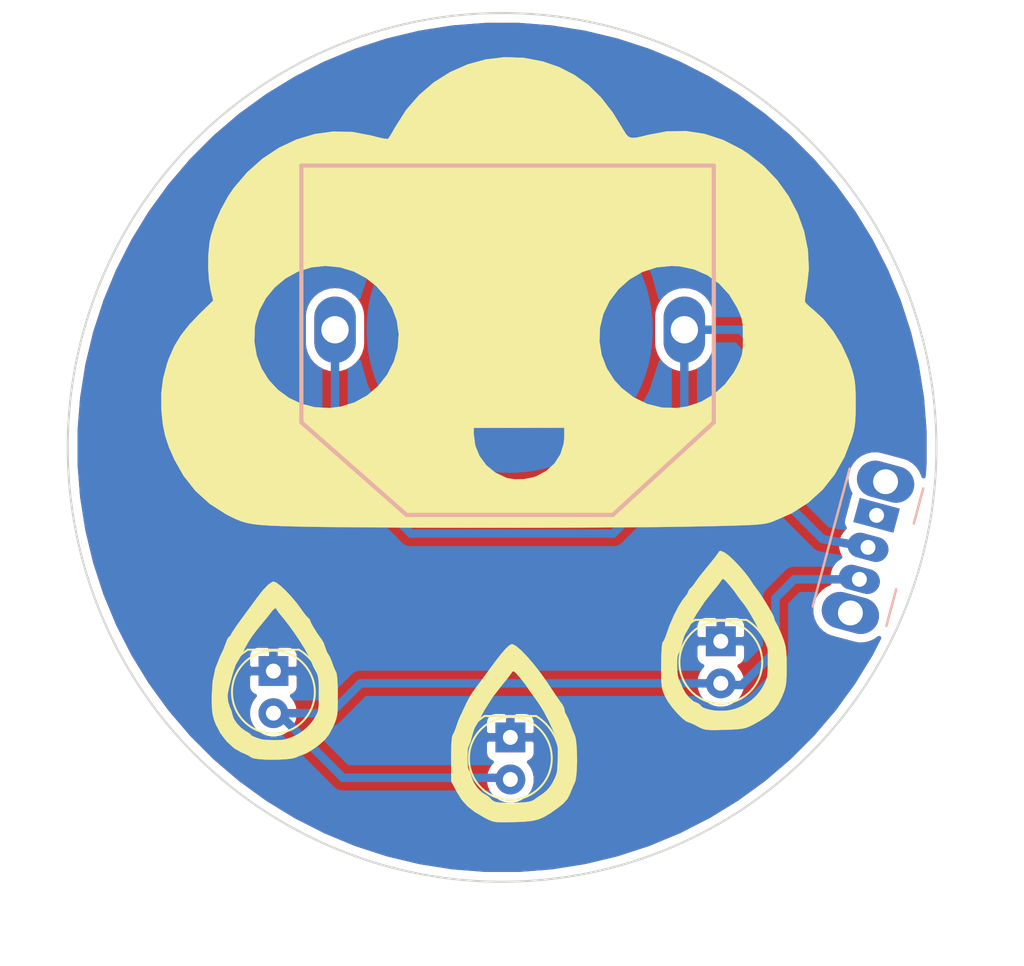
<source format=kicad_pcb>
(kicad_pcb (version 20171130) (host pcbnew "(5.1.6)-1")

  (general
    (thickness 1.6)
    (drawings 6)
    (tracks 22)
    (zones 0)
    (modules 6)
    (nets 5)
  )

  (page A4)
  (title_block
    (title "RainCloud Blinky")
  )

  (layers
    (0 F.Cu signal)
    (31 B.Cu signal)
    (32 B.Adhes user)
    (33 F.Adhes user)
    (34 B.Paste user)
    (35 F.Paste user)
    (36 B.SilkS user)
    (37 F.SilkS user)
    (38 B.Mask user)
    (39 F.Mask user)
    (40 Dwgs.User user)
    (41 Cmts.User user)
    (42 Eco1.User user)
    (43 Eco2.User user)
    (44 Edge.Cuts user)
    (45 Margin user)
    (46 B.CrtYd user)
    (47 F.CrtYd user)
    (48 B.Fab user)
    (49 F.Fab user)
  )

  (setup
    (last_trace_width 0.508)
    (user_trace_width 0.508)
    (trace_clearance 0.2)
    (zone_clearance 0.508)
    (zone_45_only no)
    (trace_min 0.254)
    (via_size 0.8)
    (via_drill 0.4)
    (via_min_size 0.4)
    (via_min_drill 0.3)
    (uvia_size 0.3)
    (uvia_drill 0.1)
    (uvias_allowed no)
    (uvia_min_size 0.2)
    (uvia_min_drill 0.1)
    (edge_width 0.05)
    (segment_width 0.2)
    (pcb_text_width 0.3)
    (pcb_text_size 1.5 1.5)
    (mod_edge_width 0.12)
    (mod_text_size 1 1)
    (mod_text_width 0.15)
    (pad_size 1.524 1.524)
    (pad_drill 0.762)
    (pad_to_mask_clearance 0.05)
    (aux_axis_origin 0 0)
    (visible_elements 7FFFFFFF)
    (pcbplotparams
      (layerselection 0x010fc_ffffffff)
      (usegerberextensions false)
      (usegerberattributes true)
      (usegerberadvancedattributes true)
      (creategerberjobfile true)
      (excludeedgelayer true)
      (linewidth 0.100000)
      (plotframeref false)
      (viasonmask false)
      (mode 1)
      (useauxorigin false)
      (hpglpennumber 1)
      (hpglpenspeed 20)
      (hpglpendiameter 15.000000)
      (psnegative false)
      (psa4output false)
      (plotreference true)
      (plotvalue true)
      (plotinvisibletext false)
      (padsonsilk false)
      (subtractmaskfromsilk false)
      (outputformat 1)
      (mirror false)
      (drillshape 1)
      (scaleselection 1)
      (outputdirectory ""))
  )

  (net 0 "")
  (net 1 VCC)
  (net 2 GND)
  (net 3 "Net-(SW1-Pad1)")
  (net 4 /LED+)

  (net_class Default "This is the default net class."
    (clearance 0.2)
    (trace_width 0.254)
    (via_dia 0.8)
    (via_drill 0.4)
    (uvia_dia 0.3)
    (uvia_drill 0.1)
    (diff_pair_width 0.254)
    (diff_pair_gap 0.25)
    (add_net /LED+)
    (add_net GND)
    (add_net "Net-(SW1-Pad1)")
    (add_net VCC)
  )

  (module RainCloud:ATTEMPT5 (layer F.Cu) (tedit 0) (tstamp 5FD43C4A)
    (at 111.7 99.9)
    (fp_text reference G*** (at 0 0) (layer F.SilkS) hide
      (effects (font (size 1.524 1.524) (thickness 0.3)))
    )
    (fp_text value LOGO (at 0.75 0) (layer F.SilkS) hide
      (effects (font (size 1.524 1.524) (thickness 0.3)))
    )
    (fp_poly (pts (xy 0.239623 12.37543) (xy 0.461184 12.499607) (xy 0.763255 12.760596) (xy 1.1217 13.1315)
      (xy 1.512385 13.585427) (xy 1.911174 14.09548) (xy 2.293933 14.634766) (xy 2.370567 14.75005)
      (xy 2.649531 15.170948) (xy 2.898987 15.539846) (xy 3.095566 15.822719) (xy 3.215898 15.985542)
      (xy 3.231888 16.004094) (xy 3.339369 16.2033) (xy 3.354717 16.299856) (xy 3.407295 16.511327)
      (xy 3.484852 16.659225) (xy 3.600449 16.879749) (xy 3.717205 17.174129) (xy 3.734966 17.227713)
      (xy 3.849728 17.546631) (xy 3.972853 17.833035) (xy 3.987636 17.862713) (xy 4.049598 18.090201)
      (xy 4.093137 18.460126) (xy 4.118075 18.920438) (xy 4.124234 19.419087) (xy 4.111434 19.904021)
      (xy 4.079499 20.323191) (xy 4.028249 20.624546) (xy 3.997393 20.710769) (xy 3.886664 20.953945)
      (xy 3.754761 21.274237) (xy 3.708225 21.394616) (xy 3.550396 21.706487) (xy 3.307744 21.982954)
      (xy 2.993071 22.237278) (xy 2.532408 22.56455) (xy 2.153175 22.795506) (xy 1.801294 22.947977)
      (xy 1.422692 23.039796) (xy 0.963293 23.088796) (xy 0.36902 23.112807) (xy 0.335472 23.113655)
      (xy -0.174981 23.124948) (xy -0.538809 23.124413) (xy -0.801029 23.105088) (xy -1.006654 23.060013)
      (xy -1.2007 22.982225) (xy -1.428181 22.864765) (xy -1.490055 22.831356) (xy -2.067598 22.486936)
      (xy -2.503947 22.142346) (xy -2.844954 21.754631) (xy -3.127892 21.296923) (xy -3.467744 20.661923)
      (xy -3.476117 19.325072) (xy -3.475542 19.242995) (xy -2.490154 19.242995) (xy -2.48209 19.56866)
      (xy -2.456556 19.830553) (xy -2.413582 19.96623) (xy -2.408607 19.970279) (xy -2.333464 20.094493)
      (xy -2.266332 20.322789) (xy -2.264038 20.334232) (xy -2.12815 20.694669) (xy -1.889759 21.052105)
      (xy -1.604302 21.33214) (xy -1.45182 21.424216) (xy -1.219172 21.567097) (xy -1.077459 21.703929)
      (xy -0.967987 21.815359) (xy -0.808636 21.889769) (xy -0.56522 21.932775) (xy -0.203553 21.949989)
      (xy 0.310552 21.947024) (xy 0.393118 21.945392) (xy 0.877005 21.92567) (xy 1.210162 21.88594)
      (xy 1.433111 21.819496) (xy 1.543306 21.754991) (xy 1.789332 21.579904) (xy 2.065739 21.393675)
      (xy 2.073764 21.388452) (xy 2.314528 21.184962) (xy 2.564927 20.903991) (xy 2.647825 20.790848)
      (xy 2.771121 20.594674) (xy 2.852913 20.407145) (xy 2.903721 20.178702) (xy 2.934065 19.859788)
      (xy 2.954465 19.400843) (xy 2.956682 19.335845) (xy 2.968866 18.852254) (xy 2.961995 18.507322)
      (xy 2.928535 18.244675) (xy 2.860951 18.00794) (xy 2.751709 17.740744) (xy 2.739919 17.714049)
      (xy 2.41203 17.006575) (xy 2.111542 16.434754) (xy 1.810026 15.947321) (xy 1.584547 15.630769)
      (xy 1.367228 15.335618) (xy 1.190011 15.085026) (xy 1.093917 14.93756) (xy 0.984766 14.779972)
      (xy 0.795989 14.538664) (xy 0.64067 14.351406) (xy 0.432299 14.116346) (xy 0.306979 14.01434)
      (xy 0.228412 14.025543) (xy 0.177351 14.098076) (xy 0.063711 14.264143) (xy -0.131757 14.51482)
      (xy -0.319545 14.740248) (xy -0.951239 15.549698) (xy -1.470066 16.365679) (xy -1.635453 16.677937)
      (xy -1.791264 16.978426) (xy -1.926997 17.217398) (xy -1.991538 17.314236) (xy -2.073037 17.478849)
      (xy -2.165452 17.756648) (xy -2.210467 17.927838) (xy -2.29257 18.225758) (xy -2.373372 18.445386)
      (xy -2.409258 18.507808) (xy -2.453766 18.650125) (xy -2.480722 18.916002) (xy -2.490154 19.242995)
      (xy -3.475542 19.242995) (xy -3.472209 18.767721) (xy -3.454184 18.317872) (xy -3.423889 18.00497)
      (xy -3.384171 17.859687) (xy -3.292494 17.687834) (xy -3.188872 17.419819) (xy -3.163149 17.340385)
      (xy -3.053455 17.024) (xy -2.937842 16.745224) (xy -2.918446 16.705385) (xy -2.804134 16.46943)
      (xy -2.657255 16.152783) (xy -2.589783 16.003427) (xy -2.402794 15.639417) (xy -2.179978 15.27688)
      (xy -2.106426 15.173043) (xy -1.905159 14.903927) (xy -1.729349 14.668862) (xy -1.681582 14.605)
      (xy -1.533328 14.404195) (xy -1.338081 14.136649) (xy -1.270925 14.044018) (xy -0.819821 13.431687)
      (xy -0.460895 12.971214) (xy -0.182772 12.650031) (xy 0.025926 12.455573) (xy 0.176574 12.375272)
      (xy 0.239623 12.37543)) (layer F.SilkS) (width 0.01))
    (fp_poly (pts (xy -14.011033 8.669073) (xy -13.759348 8.864058) (xy -13.455042 9.149684) (xy -13.130138 9.493753)
      (xy -12.816661 9.864072) (xy -12.546636 10.228442) (xy -12.528685 10.255148) (xy -12.340669 10.517711)
      (xy -12.177133 10.713085) (xy -12.107528 10.775431) (xy -11.993822 10.899308) (xy -11.981132 10.948487)
      (xy -11.930374 11.084873) (xy -11.800503 11.323889) (xy -11.625119 11.610128) (xy -11.437825 11.888179)
      (xy -11.304043 12.065) (xy -11.161945 12.308335) (xy -11.075678 12.553462) (xy -10.986192 12.814805)
      (xy -10.883518 12.993077) (xy -10.775865 13.178153) (xy -10.663588 13.454731) (xy -10.638872 13.530385)
      (xy -10.538449 13.809684) (xy -10.438246 14.01921) (xy -10.415886 14.052399) (xy -10.373058 14.205475)
      (xy -10.340502 14.523701) (xy -10.320366 14.977017) (xy -10.314632 15.468937) (xy -10.317236 15.998746)
      (xy -10.328915 16.381226) (xy -10.357316 16.664428) (xy -10.410084 16.896401) (xy -10.494864 17.125196)
      (xy -10.619302 17.398863) (xy -10.622938 17.40659) (xy -10.842693 17.819348) (xy -11.085884 18.13386)
      (xy -11.419415 18.432703) (xy -11.514086 18.506482) (xy -11.832388 18.73408) (xy -12.124679 18.915157)
      (xy -12.331977 19.013458) (xy -12.344788 19.017093) (xy -12.625618 19.11386) (xy -12.837385 19.211023)
      (xy -13.049247 19.27206) (xy -13.390755 19.315347) (xy -13.815086 19.340863) (xy -14.275416 19.348588)
      (xy -14.724919 19.338503) (xy -15.116772 19.310587) (xy -15.404149 19.26482) (xy -15.53097 19.212177)
      (xy -15.703079 19.100782) (xy -15.974931 18.971307) (xy -16.106485 18.918852) (xy -16.567721 18.660069)
      (xy -17.013914 18.253618) (xy -17.402784 17.745235) (xy -17.675864 17.221213) (xy -17.790839 16.91342)
      (xy -17.864147 16.630207) (xy -17.90471 16.311359) (xy -17.921446 15.896657) (xy -17.923774 15.547652)
      (xy -17.922644 15.527942) (xy -16.965283 15.527942) (xy -16.926173 15.860286) (xy -16.831118 16.162972)
      (xy -16.8221 16.181333) (xy -16.72043 16.423627) (xy -16.678326 16.609438) (xy -16.605538 16.847385)
      (xy -16.420761 17.132625) (xy -16.172057 17.404911) (xy -15.907487 17.603999) (xy -15.868872 17.624083)
      (xy -15.651689 17.751268) (xy -15.534303 17.863112) (xy -15.527547 17.885424) (xy -15.440237 18.008459)
      (xy -15.175633 18.095468) (xy -14.729723 18.147285) (xy -14.18566 18.164425) (xy -13.694325 18.157321)
      (xy -13.347844 18.124156) (xy -13.10036 18.058677) (xy -12.977476 17.999656) (xy -12.502936 17.710327)
      (xy -12.163395 17.456221) (xy -11.915797 17.200177) (xy -11.725074 16.918815) (xy -11.606636 16.701696)
      (xy -11.529392 16.503535) (xy -11.484504 16.27387) (xy -11.463137 15.962238) (xy -11.456456 15.518177)
      (xy -11.456048 15.382368) (xy -11.460921 14.874011) (xy -11.481463 14.518366) (xy -11.523082 14.27304)
      (xy -11.591189 14.095639) (xy -11.628333 14.032216) (xy -11.780915 13.749391) (xy -11.919173 13.423683)
      (xy -11.929615 13.394224) (xy -12.068769 13.086965) (xy -12.302184 12.671661) (xy -12.60203 12.190899)
      (xy -12.940477 11.687268) (xy -13.289695 11.203355) (xy -13.621853 10.781748) (xy -13.687024 10.704892)
      (xy -13.873176 10.473926) (xy -14.001857 10.287198) (xy -14.02478 10.242736) (xy -14.100178 10.202702)
      (xy -14.239545 10.327712) (xy -14.299448 10.403211) (xy -14.487089 10.643041) (xy -14.734174 10.949582)
      (xy -14.904528 11.156689) (xy -15.247163 11.578084) (xy -15.502084 11.919845) (xy -15.712166 12.245379)
      (xy -15.920284 12.61809) (xy -16.01419 12.797692) (xy -16.181233 13.113302) (xy -16.316981 13.355721)
      (xy -16.394713 13.477431) (xy -16.398722 13.481539) (xy -16.472216 13.616581) (xy -16.571914 13.891096)
      (xy -16.683556 14.253572) (xy -16.792881 14.652501) (xy -16.885627 15.036371) (xy -16.947534 15.353673)
      (xy -16.965283 15.527942) (xy -17.922644 15.527942) (xy -17.871991 14.644444) (xy -17.707485 13.849031)
      (xy -17.416517 13.101886) (xy -17.311662 12.895385) (xy -17.193305 12.633571) (xy -17.077034 12.318891)
      (xy -17.06606 12.284808) (xy -16.972499 12.052406) (xy -16.882348 11.926091) (xy -16.862001 11.918462)
      (xy -16.776067 11.843931) (xy -16.773585 11.821036) (xy -16.718818 11.709193) (xy -16.56969 11.47663)
      (xy -16.34896 11.157303) (xy -16.079388 10.785172) (xy -16.078679 10.784214) (xy -15.786908 10.389161)
      (xy -15.51982 10.026404) (xy -15.308704 9.738504) (xy -15.192076 9.578104) (xy -14.836277 9.120014)
      (xy -14.527319 8.796473) (xy -14.281126 8.62289) (xy -14.178072 8.596923) (xy -14.011033 8.669073)) (layer F.SilkS) (width 0.01))
    (fp_poly (pts (xy 12.989157 6.830397) (xy 13.05679 6.867025) (xy 13.286289 7.035921) (xy 13.58816 7.317046)
      (xy 13.920735 7.665577) (xy 14.242347 8.036692) (xy 14.511329 8.385568) (xy 14.6195 8.548077)
      (xy 14.779405 8.792602) (xy 14.919292 8.981955) (xy 14.924124 8.987692) (xy 15.078334 9.192067)
      (xy 15.277425 9.487063) (xy 15.494402 9.828426) (xy 15.702271 10.1719) (xy 15.874038 10.473228)
      (xy 15.982709 10.688153) (xy 16.006792 10.762697) (xy 16.058542 10.945798) (xy 16.138495 11.090763)
      (xy 16.240295 11.277873) (xy 16.379343 11.581246) (xy 16.521891 11.926127) (xy 16.633216 12.23263)
      (xy 16.706272 12.509944) (xy 16.748859 12.814017) (xy 16.768776 13.200795) (xy 16.77382 13.726224)
      (xy 16.773822 13.733434) (xy 16.770512 14.243851) (xy 16.754474 14.613935) (xy 16.71691 14.8987)
      (xy 16.649023 15.153157) (xy 16.542014 15.432318) (xy 16.478206 15.581923) (xy 16.259979 16.013375)
      (xy 15.997474 16.367178) (xy 15.652723 16.680007) (xy 15.187756 16.988538) (xy 14.793393 17.209334)
      (xy 14.54355 17.336129) (xy 14.322544 17.42289) (xy 14.082179 17.478848) (xy 13.774261 17.51323)
      (xy 13.350593 17.535264) (xy 13.035472 17.545941) (xy 12.52912 17.5592) (xy 12.170491 17.558312)
      (xy 11.915801 17.537809) (xy 11.721263 17.492221) (xy 11.543093 17.416081) (xy 11.406038 17.342442)
      (xy 11.137848 17.203419) (xy 10.93073 17.115084) (xy 10.865272 17.098906) (xy 10.692661 17.021866)
      (xy 10.447472 16.82292) (xy 10.166025 16.540957) (xy 9.884643 16.214866) (xy 9.639646 15.883539)
      (xy 9.483373 15.619294) (xy 9.37105 15.383554) (xy 9.293364 15.179278) (xy 9.243943 14.962749)
      (xy 9.216414 14.690248) (xy 9.204405 14.318056) (xy 9.201544 13.802457) (xy 9.201509 13.685475)
      (xy 9.201871 13.655585) (xy 10.162189 13.655585) (xy 10.17291 13.991938) (xy 10.203012 14.276234)
      (xy 10.246009 14.435364) (xy 10.334442 14.627467) (xy 10.455467 14.910668) (xy 10.504468 15.029864)
      (xy 10.671192 15.328697) (xy 10.9025 15.610161) (xy 11.149394 15.824587) (xy 11.362876 15.922304)
      (xy 11.38636 15.923846) (xy 11.520872 15.998557) (xy 11.56974 16.064773) (xy 11.71369 16.206819)
      (xy 11.886012 16.302811) (xy 12.13703 16.359372) (xy 12.513082 16.393127) (xy 12.948743 16.403475)
      (xy 13.37859 16.389814) (xy 13.737201 16.351543) (xy 13.875891 16.321111) (xy 14.282903 16.132758)
      (xy 14.712365 15.82271) (xy 15.105834 15.44349) (xy 15.404867 15.047618) (xy 15.50001 14.861543)
      (xy 15.576673 14.549556) (xy 15.622896 14.07437) (xy 15.635898 13.560062) (xy 15.635898 12.588192)
      (xy 15.093781 11.496211) (xy 14.849492 11.026884) (xy 14.595924 10.577878) (xy 14.364596 10.202976)
      (xy 14.200926 9.972707) (xy 13.989501 9.704748) (xy 13.820227 9.476339) (xy 13.75434 9.377211)
      (xy 13.640195 9.214651) (xy 13.447732 8.969633) (xy 13.292745 8.782965) (xy 13.08542 8.547449)
      (xy 12.961815 8.443909) (xy 12.884262 8.453102) (xy 12.822289 8.542614) (xy 12.699131 8.723007)
      (xy 12.499619 8.975033) (xy 12.368207 9.128768) (xy 11.83078 9.807091) (xy 11.31997 10.57796)
      (xy 11.024969 11.09923) (xy 10.860667 11.405553) (xy 10.723429 11.648162) (xy 10.650828 11.763104)
      (xy 10.583521 11.913674) (xy 10.500406 12.183885) (xy 10.450468 12.382801) (xy 10.369533 12.679407)
      (xy 10.288515 12.889698) (xy 10.246218 12.950298) (xy 10.198851 13.073154) (xy 10.170839 13.328786)
      (xy 10.162189 13.655585) (xy 9.201871 13.655585) (xy 9.207543 13.188619) (xy 9.224104 12.764417)
      (xy 9.248883 12.449796) (xy 9.279571 12.28168) (xy 9.290366 12.26479) (xy 9.374585 12.142431)
      (xy 9.471717 11.909479) (xy 9.493382 11.843832) (xy 9.708955 11.235467) (xy 9.964622 10.641711)
      (xy 10.236004 10.112174) (xy 10.498719 9.696466) (xy 10.625913 9.539465) (xy 10.77105 9.349225)
      (xy 10.830943 9.206058) (xy 10.902322 9.059518) (xy 10.953056 9.01697) (xy 11.085345 8.884873)
      (xy 11.243668 8.667988) (xy 11.257713 8.645769) (xy 11.405656 8.434718) (xy 11.637309 8.133141)
      (xy 11.90941 7.796889) (xy 11.988564 7.702223) (xy 12.249818 7.385414) (xy 12.469531 7.106442)
      (xy 12.611557 6.911647) (xy 12.636275 6.871838) (xy 12.7126 6.760821) (xy 12.80841 6.747257)
      (xy 12.989157 6.830397)) (layer F.SilkS) (width 0.01))
    (fp_poly (pts (xy 0.908714 -23.011864) (xy 2.060278 -22.792535) (xy 3.03757 -22.454289) (xy 3.966472 -21.979446)
      (xy 4.807161 -21.372305) (xy 5.575414 -20.617426) (xy 6.287006 -19.699366) (xy 6.939988 -18.634808)
      (xy 7.088929 -18.392324) (xy 7.239375 -18.243286) (xy 7.431072 -18.180053) (xy 7.703772 -18.194985)
      (xy 8.097224 -18.280441) (xy 8.386792 -18.356706) (xy 9.544308 -18.573332) (xy 10.690326 -18.595321)
      (xy 11.821842 -18.423229) (xy 12.935849 -18.057613) (xy 14.029341 -17.49903) (xy 14.4377 -17.237077)
      (xy 15.38482 -16.489188) (xy 16.20634 -15.625102) (xy 16.893286 -14.665574) (xy 17.436683 -13.631357)
      (xy 17.82756 -12.543206) (xy 18.056941 -11.421873) (xy 18.115854 -10.288114) (xy 17.995325 -9.162682)
      (xy 17.974335 -9.057527) (xy 17.911558 -8.708109) (xy 17.87912 -8.427617) (xy 17.883988 -8.276431)
      (xy 17.884163 -8.275989) (xy 17.982504 -8.155625) (xy 18.186664 -7.968805) (xy 18.376371 -7.815384)
      (xy 19.002893 -7.234546) (xy 19.588613 -6.501385) (xy 20.105929 -5.658499) (xy 20.527239 -4.748485)
      (xy 20.718553 -4.200769) (xy 20.81589 -3.851102) (xy 20.881037 -3.519261) (xy 20.919959 -3.150734)
      (xy 20.938618 -2.691009) (xy 20.943019 -2.149231) (xy 20.937629 -1.56046) (xy 20.91749 -1.112569)
      (xy 20.876651 -0.751257) (xy 20.809157 -0.422226) (xy 20.718575 -0.1019) (xy 20.261707 1.08819)
      (xy 19.667132 2.144116) (xy 18.937896 3.062656) (xy 18.077043 3.84059) (xy 17.087618 4.474697)
      (xy 15.972667 4.961756) (xy 15.911375 4.982979) (xy 15.755563 5.033346) (xy 15.595652 5.07572)
      (xy 15.412879 5.111213) (xy 15.188482 5.140931) (xy 14.903699 5.165984) (xy 14.539765 5.187481)
      (xy 14.07792 5.206531) (xy 13.499399 5.224243) (xy 12.785441 5.241725) (xy 11.917281 5.260087)
      (xy 10.8793 5.280377) (xy 10.005797 5.294693) (xy 8.981452 5.307321) (xy 7.825382 5.318268)
      (xy 6.556703 5.32754) (xy 5.194533 5.335146) (xy 3.757988 5.341091) (xy 2.266185 5.345382)
      (xy 0.738241 5.348027) (xy -0.806727 5.349032) (xy -2.349604 5.348405) (xy -3.871271 5.346152)
      (xy -5.352612 5.34228) (xy -6.77451 5.336797) (xy -8.117849 5.329708) (xy -9.363511 5.321022)
      (xy -10.49238 5.310745) (xy -11.48534 5.298884) (xy -12.323272 5.285445) (xy -12.939623 5.271727)
      (xy -13.777209 5.246872) (xy -14.453336 5.218297) (xy -14.998232 5.180564) (xy -15.442129 5.128231)
      (xy -15.815257 5.05586) (xy -16.147846 4.958009) (xy -16.470127 4.82924) (xy -16.81233 4.664111)
      (xy -17.072238 4.528064) (xy -18.053831 3.898853) (xy -18.905436 3.126051) (xy -19.626949 2.209768)
      (xy -20.184833 1.221154) (xy -20.510442 0.476308) (xy -20.733323 -0.199837) (xy -20.830803 -0.676257)
      (xy -2.108679 -0.676257) (xy -2.108679 -0.307013) (xy -2.017385 0.388274) (xy -1.756489 1.025662)
      (xy -1.345468 1.57943) (xy -0.8038 2.023857) (xy -0.150963 2.333223) (xy -0.095849 2.350953)
      (xy 0.370976 2.42723) (xy 0.918216 2.41195) (xy 1.459793 2.310401) (xy 1.666502 2.242673)
      (xy 2.27812 1.915586) (xy 2.770557 1.459565) (xy 3.124234 0.902059) (xy 3.319572 0.270515)
      (xy 3.352612 -0.121043) (xy 3.354717 -0.681701) (xy -2.108679 -0.676257) (xy -20.830803 -0.676257)
      (xy -20.874148 -0.888099) (xy -20.953593 -1.669295) (xy -20.962602 -1.819349) (xy -20.966982 -2.779555)
      (xy -20.857802 -3.659092) (xy -20.622127 -4.543594) (xy -20.497931 -4.895559) (xy -20.186151 -5.603614)
      (xy -20.021585 -5.875907) (xy -15.34837 -5.875907) (xy -15.206788 -5.036635) (xy -14.910465 -4.262521)
      (xy -14.476467 -3.569445) (xy -13.921864 -2.973285) (xy -13.263721 -2.48992) (xy -12.519106 -2.135227)
      (xy -11.705088 -1.925087) (xy -10.838732 -1.875376) (xy -10.149536 -1.955869) (xy -9.304298 -2.215008)
      (xy -8.53914 -2.638798) (xy -7.874513 -3.206196) (xy -7.330868 -3.896161) (xy -6.928657 -4.68765)
      (xy -6.697406 -5.507664) (xy -6.669675 -5.89809) (xy 5.478194 -5.89809) (xy 5.612195 -5.075601)
      (xy 5.912942 -4.287053) (xy 6.37968 -3.556848) (xy 6.808721 -3.089741) (xy 7.545152 -2.521195)
      (xy 8.356455 -2.125273) (xy 9.221086 -1.908105) (xy 10.1175 -1.875824) (xy 10.754339 -1.966946)
      (xy 11.606327 -2.25005) (xy 12.379123 -2.701148) (xy 13.048753 -3.301132) (xy 13.591241 -4.030894)
      (xy 13.778056 -4.376955) (xy 13.939698 -4.720144) (xy 14.043859 -4.98855) (xy 14.103141 -5.244284)
      (xy 14.130148 -5.549457) (xy 14.137483 -5.966183) (xy 14.137736 -6.149549) (xy 14.133964 -6.62278)
      (xy 14.11448 -6.963194) (xy 14.06703 -7.233326) (xy 13.979362 -7.495711) (xy 13.839221 -7.812885)
      (xy 13.792189 -7.913077) (xy 13.314137 -8.712368) (xy 12.706714 -9.375434) (xy 11.988346 -9.890477)
      (xy 11.17746 -10.245702) (xy 10.292482 -10.429312) (xy 9.824528 -10.453077) (xy 8.911379 -10.359595)
      (xy 8.059678 -10.082585) (xy 7.281087 -9.627201) (xy 6.624732 -9.039416) (xy 6.084206 -8.325184)
      (xy 5.713445 -7.547284) (xy 5.511692 -6.730119) (xy 5.478194 -5.89809) (xy -6.669675 -5.89809)
      (xy -6.638081 -6.342875) (xy -6.753573 -7.150914) (xy -7.027166 -7.912812) (xy -7.442148 -8.609602)
      (xy -7.981805 -9.222317) (xy -8.629424 -9.731989) (xy -9.368292 -10.119651) (xy -10.181695 -10.366336)
      (xy -11.052919 -10.453076) (xy -11.055146 -10.453077) (xy -11.916098 -10.362308) (xy -12.728443 -10.102694)
      (xy -13.470176 -9.693278) (xy -14.119289 -9.153101) (xy -14.653776 -8.501204) (xy -15.051632 -7.756628)
      (xy -15.290848 -6.938415) (xy -15.318143 -6.76446) (xy -15.34837 -5.875907) (xy -20.021585 -5.875907)
      (xy -19.78891 -6.260891) (xy -19.275907 -6.911098) (xy -18.641099 -7.57438) (xy -17.835223 -8.359144)
      (xy -17.987775 -8.990918) (xy -18.091619 -9.620444) (xy -18.137908 -10.357197) (xy -18.126879 -11.122111)
      (xy -18.058769 -11.836119) (xy -17.977974 -12.260384) (xy -17.729833 -13.040051) (xy -17.371066 -13.861857)
      (xy -16.940121 -14.645104) (xy -16.604913 -15.142308) (xy -15.779065 -16.108836) (xy -14.859628 -16.925383)
      (xy -13.863076 -17.585652) (xy -12.805882 -18.083343) (xy -11.704522 -18.412158) (xy -10.57547 -18.565797)
      (xy -9.435201 -18.537963) (xy -8.300188 -18.322356) (xy -8.292809 -18.320312) (xy -7.895254 -18.217187)
      (xy -7.566134 -18.14536) (xy -7.34937 -18.113677) (xy -7.290159 -18.118376) (xy -7.206366 -18.224486)
      (xy -7.06148 -18.456809) (xy -6.884154 -18.768911) (xy -6.850703 -18.830533) (xy -6.188108 -19.869451)
      (xy -5.40212 -20.773909) (xy -4.510531 -21.537387) (xy -3.531132 -22.153365) (xy -2.481717 -22.615321)
      (xy -1.380076 -22.916737) (xy -0.244002 -23.051091) (xy 0.908714 -23.011864)) (layer F.SilkS) (width 0.01))
  )

  (module Button_Switch_THT:SW_CuK_OS102011MA1QN1_SPDT_Angled (layer B.Cu) (tedit 5A02FE31) (tstamp 5FA47977)
    (at 133.9 104.5 255)
    (descr "CuK miniature slide switch, OS series, SPDT, right angle, http://www.ckswitches.com/media/1428/os.pdf")
    (tags "switch SPDT")
    (path /5FA35B43)
    (fp_text reference SW1 (at 1.4 3.6 255) (layer B.SilkS) hide
      (effects (font (size 1 1) (thickness 0.15)) (justify mirror))
    )
    (fp_text value SW_SPDT (at 1.7 -7.7 255) (layer B.Fab)
      (effects (font (size 1 1) (thickness 0.15)) (justify mirror))
    )
    (fp_line (start -3.7 2.7) (end 7.7 2.7) (layer B.CrtYd) (width 0.05))
    (fp_line (start -3.7 -6.7) (end -3.7 2.7) (layer B.CrtYd) (width 0.05))
    (fp_line (start 7.7 -6.7) (end -3.7 -6.7) (layer B.CrtYd) (width 0.05))
    (fp_line (start 7.7 2.7) (end 7.7 -6.7) (layer B.CrtYd) (width 0.05))
    (fp_line (start 4 -2.3) (end 6.3 -2.3) (layer B.SilkS) (width 0.15))
    (fp_line (start -2.3 -2.3) (end -0.1 -2.3) (layer B.SilkS) (width 0.15))
    (fp_line (start -2.3 2.3) (end 6.3 2.3) (layer B.SilkS) (width 0.15))
    (fp_line (start 0 -6.2) (end 0 -2.2) (layer B.Fab) (width 0.1))
    (fp_line (start 2 -6.2) (end 0 -6.2) (layer B.Fab) (width 0.1))
    (fp_line (start 2 -2.2) (end 2 -6.2) (layer B.Fab) (width 0.1))
    (fp_line (start 6.3 -2.2) (end 6.3 2.2) (layer B.Fab) (width 0.1))
    (fp_line (start -2.3 -2.2) (end 6.3 -2.2) (layer B.Fab) (width 0.1))
    (fp_line (start -2.3 2.2) (end -2.3 -2.2) (layer B.Fab) (width 0.1))
    (fp_line (start -2.3 2.2) (end 6.3 2.2) (layer B.Fab) (width 0.1))
    (fp_text user %R (at 2.3 -1.7 255) (layer B.Fab)
      (effects (font (size 0.5 0.5) (thickness 0.1)) (justify mirror))
    )
    (pad "" thru_hole oval (at 6.1 0 255) (size 2.2 3.5) (drill 1.5) (layers *.Cu *.Mask))
    (pad "" thru_hole oval (at -2.1 0 255) (size 2.2 3.5) (drill 1.5) (layers *.Cu *.Mask))
    (pad 3 thru_hole oval (at 4 0 255) (size 1.5 2.5) (drill 0.9) (layers *.Cu *.Mask)
      (net 4 /LED+))
    (pad 2 thru_hole oval (at 2 0 255) (size 1.5 2.5) (drill 0.9) (layers *.Cu *.Mask)
      (net 1 VCC))
    (pad 1 thru_hole rect (at 0 0 255) (size 1.5 2.5) (drill 0.9) (layers *.Cu *.Mask)
      (net 3 "Net-(SW1-Pad1)"))
    (model ${KISYS3DMOD}/Button_Switch_THT.3dshapes/SW_CuK_OS102011MA1QN1_SPDT_Angled.wrl
      (at (xyz 0 0 0))
      (scale (xyz 1 1 1))
      (rotate (xyz 0 0 0))
    )
    (model "C:/Users/robyn/Downloads/sk-12d07-1p2t-1.snapshot.1/3Pins SPDT switch SK-12D07 1P2T.step"
      (offset (xyz -2.4 -2.3 4.5))
      (scale (xyz 1 1 1))
      (rotate (xyz 0 0 0))
    )
  )

  (module BlinkyBadge:BatteryHolder_MPD_BK888_2032_THRU (layer B.Cu) (tedit 5FA46AA5) (tstamp 5FA47934)
    (at 122.3 93.3 180)
    (path /5FA34E43)
    (fp_text reference BT1 (at 0 11.176) (layer B.SilkS) hide
      (effects (font (size 1 1) (thickness 0.15)) (justify mirror))
    )
    (fp_text value Battery_Cell (at -6.096 17.018) (layer B.Fab)
      (effects (font (size 1 1) (thickness 0.15)) (justify mirror))
    )
    (fp_line (start -1.778 9.906) (end -1.778 -5.588) (layer B.SilkS) (width 0.254))
    (fp_line (start 23.114 9.906) (end 23.114 -5.588) (layer B.SilkS) (width 0.254))
    (fp_line (start -1.778 9.906) (end 23.114 9.906) (layer B.SilkS) (width 0.254))
    (fp_line (start 16.764 -11.176) (end 23.114 -5.588) (layer B.SilkS) (width 0.254))
    (fp_line (start 4.318 -11.176) (end -1.778 -5.588) (layer B.SilkS) (width 0.254))
    (fp_line (start 4.318 -11.176) (end 16.764 -11.176) (layer B.SilkS) (width 0.254))
    (pad 1 thru_hole oval (at 0 0 180) (size 2.5 4) (drill 1.65) (layers *.Cu *.Mask)
      (net 1 VCC))
    (pad 1 thru_hole oval (at 21.082 0 180) (size 2.5 4) (drill 1.65) (layers *.Cu *.Mask)
      (net 1 VCC))
    (pad 2 smd circle (at 10.541 0 180) (size 17.272 17.272) (layers B.Cu B.Paste B.Mask)
      (net 2 GND))
    (model ${KISYS3DMOD}/Battery.3dshapes/BK-888.STEP
      (offset (xyz 10.5 -0.5 0))
      (scale (xyz 1 1 1))
      (rotate (xyz -90 0 180))
    )
  )

  (module LED_THT:LED_D5.0mm (layer F.Cu) (tedit 5995936A) (tstamp 5FA47946)
    (at 97.5 113.9 270)
    (descr "LED, diameter 5.0mm, 2 pins, http://cdn-reichelt.de/documents/datenblatt/A500/LL-504BC2E-009.pdf")
    (tags "LED diameter 5.0mm 2 pins")
    (path /5FA33C39)
    (fp_text reference D1 (at 1.27 -3.96 90) (layer F.SilkS) hide
      (effects (font (size 1 1) (thickness 0.15)))
    )
    (fp_text value LED (at 1.27 3.96 90) (layer F.Fab)
      (effects (font (size 1 1) (thickness 0.15)))
    )
    (fp_circle (center 1.27 0) (end 3.77 0) (layer F.Fab) (width 0.1))
    (fp_circle (center 1.27 0) (end 3.77 0) (layer F.SilkS) (width 0.12))
    (fp_line (start -1.23 -1.469694) (end -1.23 1.469694) (layer F.Fab) (width 0.1))
    (fp_line (start -1.29 -1.545) (end -1.29 1.545) (layer F.SilkS) (width 0.12))
    (fp_line (start -1.95 -3.25) (end -1.95 3.25) (layer F.CrtYd) (width 0.05))
    (fp_line (start -1.95 3.25) (end 4.5 3.25) (layer F.CrtYd) (width 0.05))
    (fp_line (start 4.5 3.25) (end 4.5 -3.25) (layer F.CrtYd) (width 0.05))
    (fp_line (start 4.5 -3.25) (end -1.95 -3.25) (layer F.CrtYd) (width 0.05))
    (fp_arc (start 1.27 0) (end -1.23 -1.469694) (angle 299.1) (layer F.Fab) (width 0.1))
    (fp_arc (start 1.27 0) (end -1.29 -1.54483) (angle 148.9) (layer F.SilkS) (width 0.12))
    (fp_arc (start 1.27 0) (end -1.29 1.54483) (angle -148.9) (layer F.SilkS) (width 0.12))
    (fp_text user %R (at 1.25 0 90) (layer F.Fab)
      (effects (font (size 0.8 0.8) (thickness 0.2)))
    )
    (pad 1 thru_hole rect (at 0 0 270) (size 1.8 1.8) (drill 0.9) (layers *.Cu *.Mask)
      (net 2 GND))
    (pad 2 thru_hole circle (at 2.54 0 270) (size 1.8 1.8) (drill 0.9) (layers *.Cu *.Mask)
      (net 4 /LED+))
    (model ${KISYS3DMOD}/LED_THT.3dshapes/LED_D5.0mm.wrl
      (at (xyz 0 0 0))
      (scale (xyz 1 1 1))
      (rotate (xyz 0 0 0))
    )
  )

  (module LED_THT:LED_D5.0mm (layer F.Cu) (tedit 5995936A) (tstamp 5FA47958)
    (at 111.8 117.9 270)
    (descr "LED, diameter 5.0mm, 2 pins, http://cdn-reichelt.de/documents/datenblatt/A500/LL-504BC2E-009.pdf")
    (tags "LED diameter 5.0mm 2 pins")
    (path /5FA3DB03)
    (fp_text reference D2 (at 1.27 -3.96 90) (layer F.SilkS) hide
      (effects (font (size 1 1) (thickness 0.15)))
    )
    (fp_text value LED (at 1.27 3.96 90) (layer F.Fab)
      (effects (font (size 1 1) (thickness 0.15)))
    )
    (fp_circle (center 1.27 0) (end 3.77 0) (layer F.Fab) (width 0.1))
    (fp_circle (center 1.27 0) (end 3.77 0) (layer F.SilkS) (width 0.12))
    (fp_line (start -1.23 -1.469694) (end -1.23 1.469694) (layer F.Fab) (width 0.1))
    (fp_line (start -1.29 -1.545) (end -1.29 1.545) (layer F.SilkS) (width 0.12))
    (fp_line (start -1.95 -3.25) (end -1.95 3.25) (layer F.CrtYd) (width 0.05))
    (fp_line (start -1.95 3.25) (end 4.5 3.25) (layer F.CrtYd) (width 0.05))
    (fp_line (start 4.5 3.25) (end 4.5 -3.25) (layer F.CrtYd) (width 0.05))
    (fp_line (start 4.5 -3.25) (end -1.95 -3.25) (layer F.CrtYd) (width 0.05))
    (fp_arc (start 1.27 0) (end -1.23 -1.469694) (angle 299.1) (layer F.Fab) (width 0.1))
    (fp_arc (start 1.27 0) (end -1.29 -1.54483) (angle 148.9) (layer F.SilkS) (width 0.12))
    (fp_arc (start 1.27 0) (end -1.29 1.54483) (angle -148.9) (layer F.SilkS) (width 0.12))
    (fp_text user %R (at 1.25 0 90) (layer F.Fab)
      (effects (font (size 0.8 0.8) (thickness 0.2)))
    )
    (pad 1 thru_hole rect (at 0 0 270) (size 1.8 1.8) (drill 0.9) (layers *.Cu *.Mask)
      (net 2 GND))
    (pad 2 thru_hole circle (at 2.54 0 270) (size 1.8 1.8) (drill 0.9) (layers *.Cu *.Mask)
      (net 4 /LED+))
    (model ${KISYS3DMOD}/LED_THT.3dshapes/LED_D5.0mm.wrl
      (at (xyz 0 0 0))
      (scale (xyz 1 1 1))
      (rotate (xyz 0 0 0))
    )
  )

  (module LED_THT:LED_D5.0mm (layer F.Cu) (tedit 5995936A) (tstamp 5FA4796A)
    (at 124.5 112.1 270)
    (descr "LED, diameter 5.0mm, 2 pins, http://cdn-reichelt.de/documents/datenblatt/A500/LL-504BC2E-009.pdf")
    (tags "LED diameter 5.0mm 2 pins")
    (path /5FA34798)
    (fp_text reference D3 (at 1.27 -3.96 90) (layer F.SilkS) hide
      (effects (font (size 1 1) (thickness 0.15)))
    )
    (fp_text value LED (at 1.27 3.96 90) (layer F.Fab)
      (effects (font (size 1 1) (thickness 0.15)))
    )
    (fp_line (start 4.5 -3.25) (end -1.95 -3.25) (layer F.CrtYd) (width 0.05))
    (fp_line (start 4.5 3.25) (end 4.5 -3.25) (layer F.CrtYd) (width 0.05))
    (fp_line (start -1.95 3.25) (end 4.5 3.25) (layer F.CrtYd) (width 0.05))
    (fp_line (start -1.95 -3.25) (end -1.95 3.25) (layer F.CrtYd) (width 0.05))
    (fp_line (start -1.29 -1.545) (end -1.29 1.545) (layer F.SilkS) (width 0.12))
    (fp_line (start -1.23 -1.469694) (end -1.23 1.469694) (layer F.Fab) (width 0.1))
    (fp_circle (center 1.27 0) (end 3.77 0) (layer F.SilkS) (width 0.12))
    (fp_circle (center 1.27 0) (end 3.77 0) (layer F.Fab) (width 0.1))
    (fp_text user %R (at 1.25 0 90) (layer F.Fab)
      (effects (font (size 0.8 0.8) (thickness 0.2)))
    )
    (fp_arc (start 1.27 0) (end -1.29 1.54483) (angle -148.9) (layer F.SilkS) (width 0.12))
    (fp_arc (start 1.27 0) (end -1.29 -1.54483) (angle 148.9) (layer F.SilkS) (width 0.12))
    (fp_arc (start 1.27 0) (end -1.23 -1.469694) (angle 299.1) (layer F.Fab) (width 0.1))
    (pad 2 thru_hole circle (at 2.54 0 270) (size 1.8 1.8) (drill 0.9) (layers *.Cu *.Mask)
      (net 4 /LED+))
    (pad 1 thru_hole rect (at 0 0 270) (size 1.8 1.8) (drill 0.9) (layers *.Cu *.Mask)
      (net 2 GND))
    (model ${KISYS3DMOD}/LED_THT.3dshapes/LED_D5.0mm.wrl
      (at (xyz 0 0 0))
      (scale (xyz 1 1 1))
      (rotate (xyz 0 0 0))
    )
  )

  (gr_poly (pts (xy 114.4 100.9) (xy 113.9 101.6) (xy 113.1 102) (xy 112.3 102.2) (xy 111.3 102) (xy 110.7 101.7) (xy 110 100.9) (xy 109.7 100.2) (xy 109.7 99.5) (xy 114.9 99.5)) (layer F.Mask) (width 0.1))
  (gr_circle (center 121.7 93.795045) (end 125.904955 93.795045) (layer F.Mask) (width 1.016) (tstamp 5FAB07E4))
  (gr_arc (start 112.2 99.5) (end 109.6 99.5) (angle -180) (layer F.Mask) (width 0.635))
  (gr_line (start 109.6 99.5) (end 114.8 99.5) (layer F.Mask) (width 0.635))
  (gr_circle (center 100.7 93.795045) (end 104.904955 93.795045) (layer F.Mask) (width 1.016))
  (gr_circle (center 111.3 100.4) (end 137.5128 100.4) (layer Edge.Cuts) (width 0.127))

  (segment (start 127.8 103.1) (end 130.632695 105.932695) (width 0.508) (layer B.Cu) (net 1))
  (segment (start 122.3 93.3) (end 125.7 93.3) (width 0.508) (layer B.Cu) (net 1))
  (segment (start 130.632695 105.932695) (end 133.382362 106.431852) (width 0.508) (layer B.Cu) (net 1))
  (segment (start 127.8 95.4) (end 127.8 103.1) (width 0.508) (layer B.Cu) (net 1))
  (segment (start 125.7 93.3) (end 127.8 95.4) (width 0.508) (layer B.Cu) (net 1))
  (segment (start 122.3 101.3) (end 122.3 93.3) (width 0.508) (layer B.Cu) (net 1))
  (segment (start 118 105.6) (end 122.3 101.3) (width 0.508) (layer B.Cu) (net 1))
  (segment (start 105.8 105.6) (end 118 105.6) (width 0.508) (layer B.Cu) (net 1))
  (segment (start 101.218 93.3) (end 101.218 101.018) (width 0.508) (layer B.Cu) (net 1))
  (segment (start 101.218 101.018) (end 105.8 105.6) (width 0.508) (layer B.Cu) (net 1))
  (segment (start 101.7 120.34) (end 97.6 116.24) (width 0.508) (layer B.Cu) (net 4))
  (segment (start 112 120.34) (end 101.7 120.34) (width 0.508) (layer B.Cu) (net 4))
  (segment (start 125.76 114.74) (end 124.5 114.74) (width 0.508) (layer B.Cu) (net 4))
  (segment (start 127.8 112.7) (end 125.76 114.74) (width 0.508) (layer B.Cu) (net 4))
  (segment (start 127.8 109.5) (end 127.8 112.7) (width 0.508) (layer B.Cu) (net 4))
  (segment (start 132.864724 108.363703) (end 128.936297 108.363703) (width 0.508) (layer B.Cu) (net 4))
  (segment (start 124.5 114.74) (end 124.46 114.74) (width 0.508) (layer B.Cu) (net 4))
  (segment (start 128.936297 108.363703) (end 127.8 109.5) (width 0.508) (layer B.Cu) (net 4))
  (segment (start 99.46 116.44) (end 97.5 116.44) (width 0.508) (layer B.Cu) (net 4))
  (segment (start 124.5 114.64) (end 102.76 114.64) (width 0.508) (layer B.Cu) (net 4))
  (segment (start 100.96 116.44) (end 97.5 116.44) (width 0.508) (layer B.Cu) (net 4))
  (segment (start 102.76 114.64) (end 100.96 116.44) (width 0.508) (layer B.Cu) (net 4))

  (zone (net 2) (net_name GND) (layer B.Cu) (tstamp 0) (hatch edge 0.508)
    (connect_pads (clearance 0.508))
    (min_thickness 0.254)
    (fill yes (arc_segments 32) (thermal_gap 0.508) (thermal_bridge_width 0.508))
    (polygon
      (pts
        (xy 142.7 131.4) (xy 81.1 131.5) (xy 81.2 73.7) (xy 141.2 73.4)
      )
    )
    (filled_polygon
      (pts
        (xy 114.298884 75.062553) (xy 116.277593 75.37595) (xy 118.225613 75.843628) (xy 120.130934 76.462705) (xy 121.98181 77.229363)
        (xy 123.766829 78.138875) (xy 125.474986 79.185635) (xy 127.095749 80.363188) (xy 128.619126 81.664275) (xy 130.035725 83.080874)
        (xy 131.336812 84.604251) (xy 132.514365 86.225014) (xy 133.561125 87.933171) (xy 134.470637 89.71819) (xy 135.237295 91.569066)
        (xy 135.856372 93.474387) (xy 136.32405 95.422407) (xy 136.637447 97.401116) (xy 136.794629 99.398313) (xy 136.794629 101.401687)
        (xy 136.736485 102.140474) (xy 136.722243 102.079392) (xy 136.581195 101.76809) (xy 136.382124 101.490288) (xy 136.132681 101.25666)
        (xy 135.842453 101.076185) (xy 135.602742 100.985965) (xy 134.182396 100.605385) (xy 133.92969 100.563663) (xy 133.588109 100.574846)
        (xy 133.255272 100.652453) (xy 132.94397 100.793501) (xy 132.666168 100.992572) (xy 132.43254 101.242014) (xy 132.252066 101.532242)
        (xy 132.131679 101.852102) (xy 132.076007 102.189302) (xy 132.08719 102.530883) (xy 132.164797 102.86372) (xy 132.305845 103.175022)
        (xy 132.310195 103.181093) (xy 132.270377 103.286887) (xy 131.882148 104.735776) (xy 131.861772 104.859189) (xy 131.865865 104.984206)
        (xy 131.894268 105.106023) (xy 131.945892 105.219957) (xy 131.976127 105.26215) (xy 131.967406 105.271461) (xy 131.064853 105.107617)
        (xy 128.689 102.731765) (xy 128.689 95.443659) (xy 128.6933 95.399999) (xy 128.689 95.356334) (xy 128.689 95.356333)
        (xy 128.676136 95.225726) (xy 128.676136 95.225724) (xy 128.625302 95.058147) (xy 128.621589 95.0512) (xy 128.542753 94.903709)
        (xy 128.431659 94.768341) (xy 128.397743 94.740507) (xy 126.359499 92.702264) (xy 126.331659 92.668341) (xy 126.196291 92.557247)
        (xy 126.041851 92.474697) (xy 125.874274 92.423864) (xy 125.743667 92.411) (xy 125.74366 92.411) (xy 125.7 92.4067)
        (xy 125.65634 92.411) (xy 124.18043 92.411) (xy 124.157725 92.180476) (xy 124.049939 91.825152) (xy 123.874903 91.497683)
        (xy 123.639345 91.210655) (xy 123.352317 90.975097) (xy 123.024848 90.800061) (xy 122.669524 90.692275) (xy 122.3 90.65588)
        (xy 121.930477 90.692275) (xy 121.575153 90.800061) (xy 121.247684 90.975097) (xy 120.960656 91.210655) (xy 120.840241 91.357381)
        (xy 120.454288 89.956772) (xy 119.634979 88.324645) (xy 119.369636 87.92753) (xy 118.323233 86.915372) (xy 111.938605 93.3)
        (xy 118.323233 99.684628) (xy 119.369636 98.67247) (xy 120.271516 97.084478) (xy 120.846265 95.351051) (xy 120.857189 95.263271)
        (xy 120.960655 95.389345) (xy 121.247683 95.624903) (xy 121.411001 95.712198) (xy 121.411 100.931765) (xy 117.631765 104.711)
        (xy 106.168236 104.711) (xy 102.107 100.649765) (xy 102.107 99.864233) (xy 105.374372 99.864233) (xy 106.38653 100.910636)
        (xy 107.974522 101.812516) (xy 109.707949 102.387265) (xy 111.520197 102.612796) (xy 113.341622 102.480442) (xy 115.102228 101.995288)
        (xy 116.734355 101.175979) (xy 117.13147 100.910636) (xy 118.143628 99.864233) (xy 111.759 93.479605) (xy 105.374372 99.864233)
        (xy 102.107 99.864233) (xy 102.107 95.712198) (xy 102.270317 95.624903) (xy 102.557345 95.389345) (xy 102.677759 95.24262)
        (xy 103.063712 96.643228) (xy 103.883021 98.275355) (xy 104.148364 98.67247) (xy 105.194767 99.684628) (xy 111.579395 93.3)
        (xy 105.194767 86.915372) (xy 104.148364 87.92753) (xy 103.246484 89.515522) (xy 102.671735 91.248949) (xy 102.660811 91.336729)
        (xy 102.557345 91.210655) (xy 102.270317 90.975097) (xy 101.942848 90.800061) (xy 101.587524 90.692275) (xy 101.218 90.65588)
        (xy 100.848477 90.692275) (xy 100.493153 90.800061) (xy 100.165684 90.975097) (xy 99.878656 91.210655) (xy 99.643098 91.497683)
        (xy 99.468062 91.825152) (xy 99.360275 92.180476) (xy 99.333 92.457403) (xy 99.333 94.142596) (xy 99.360275 94.419523)
        (xy 99.468061 94.774847) (xy 99.643097 95.102317) (xy 99.878655 95.389345) (xy 100.165683 95.624903) (xy 100.329 95.712198)
        (xy 100.329001 100.97433) (xy 100.3247 101.018) (xy 100.341864 101.192274) (xy 100.392698 101.359852) (xy 100.462418 101.490288)
        (xy 100.475248 101.514291) (xy 100.586342 101.649659) (xy 100.620259 101.677494) (xy 105.140506 106.197742) (xy 105.168341 106.231659)
        (xy 105.303709 106.342753) (xy 105.458149 106.425303) (xy 105.574892 106.460716) (xy 105.625725 106.476136) (xy 105.8 106.493301)
        (xy 105.843668 106.489) (xy 117.95634 106.489) (xy 118 106.4933) (xy 118.04366 106.489) (xy 118.043667 106.489)
        (xy 118.174274 106.476136) (xy 118.341851 106.425303) (xy 118.496291 106.342753) (xy 118.631659 106.231659) (xy 118.659499 106.197736)
        (xy 122.897737 101.959498) (xy 122.931659 101.931659) (xy 123.042753 101.796291) (xy 123.125303 101.641851) (xy 123.158552 101.532242)
        (xy 123.176136 101.474276) (xy 123.183285 101.401687) (xy 123.189 101.343667) (xy 123.189 101.343661) (xy 123.1933 101.300001)
        (xy 123.189 101.256341) (xy 123.189 95.712198) (xy 123.352317 95.624903) (xy 123.639345 95.389345) (xy 123.874903 95.102317)
        (xy 124.049939 94.774848) (xy 124.157725 94.419524) (xy 124.18043 94.189) (xy 125.331765 94.189) (xy 126.911 95.768236)
        (xy 126.911001 103.05633) (xy 126.9067 103.1) (xy 126.923864 103.274274) (xy 126.974698 103.441852) (xy 127.040755 103.565435)
        (xy 127.057248 103.596291) (xy 127.168342 103.731659) (xy 127.202259 103.759494) (xy 129.97849 106.535725) (xy 130.011719 106.574859)
        (xy 130.074457 106.62461) (xy 130.136403 106.675447) (xy 130.14304 106.678995) (xy 130.148931 106.683666) (xy 130.220171 106.720222)
        (xy 130.290843 106.757997) (xy 130.298043 106.760181) (xy 130.304733 106.763614) (xy 130.381744 106.785572) (xy 130.45842 106.808831)
        (xy 130.509522 106.813864) (xy 131.688475 107.027884) (xy 131.685912 107.029045) (xy 131.46415 107.187956) (xy 131.277652 107.387079)
        (xy 131.223163 107.474703) (xy 128.979957 107.474703) (xy 128.936297 107.470403) (xy 128.892637 107.474703) (xy 128.89263 107.474703)
        (xy 128.778622 107.485932) (xy 128.762022 107.487567) (xy 128.711189 107.502987) (xy 128.594446 107.5384) (xy 128.440006 107.62095)
        (xy 128.304638 107.732044) (xy 128.276802 107.765962) (xy 127.202264 108.840501) (xy 127.168341 108.868341) (xy 127.057247 109.00371)
        (xy 126.974697 109.15815) (xy 126.923864 109.325727) (xy 126.911 109.456334) (xy 126.911 109.45634) (xy 126.9067 109.5)
        (xy 126.911 109.54366) (xy 126.911001 112.331763) (xy 125.979072 113.263692) (xy 125.989502 113.24418) (xy 126.025812 113.124482)
        (xy 126.038072 113) (xy 126.035 112.38575) (xy 125.87625 112.227) (xy 124.627 112.227) (xy 124.627 112.247)
        (xy 124.373 112.247) (xy 124.373 112.227) (xy 123.12375 112.227) (xy 122.965 112.38575) (xy 122.961928 113)
        (xy 122.974188 113.124482) (xy 123.010498 113.24418) (xy 123.069463 113.354494) (xy 123.148815 113.451185) (xy 123.245506 113.530537)
        (xy 123.35582 113.589502) (xy 123.374127 113.595056) (xy 123.307688 113.661495) (xy 123.247883 113.751) (xy 102.803659 113.751)
        (xy 102.759999 113.7467) (xy 102.716339 113.751) (xy 102.716333 113.751) (xy 102.618924 113.760594) (xy 102.585724 113.763864)
        (xy 102.484058 113.794704) (xy 102.418149 113.814697) (xy 102.263709 113.897247) (xy 102.128341 114.008341) (xy 102.100501 114.042264)
        (xy 100.591765 115.551) (xy 98.752117 115.551) (xy 98.692312 115.461495) (xy 98.625873 115.395056) (xy 98.64418 115.389502)
        (xy 98.754494 115.330537) (xy 98.851185 115.251185) (xy 98.930537 115.154494) (xy 98.989502 115.04418) (xy 99.025812 114.924482)
        (xy 99.038072 114.8) (xy 99.035 114.18575) (xy 98.87625 114.027) (xy 97.627 114.027) (xy 97.627 114.047)
        (xy 97.373 114.047) (xy 97.373 114.027) (xy 96.12375 114.027) (xy 95.965 114.18575) (xy 95.961928 114.8)
        (xy 95.974188 114.924482) (xy 96.010498 115.04418) (xy 96.069463 115.154494) (xy 96.148815 115.251185) (xy 96.245506 115.330537)
        (xy 96.35582 115.389502) (xy 96.374127 115.395056) (xy 96.307688 115.461495) (xy 96.139701 115.712905) (xy 96.023989 115.992257)
        (xy 95.965 116.288816) (xy 95.965 116.591184) (xy 96.023989 116.887743) (xy 96.139701 117.167095) (xy 96.307688 117.418505)
        (xy 96.521495 117.632312) (xy 96.772905 117.800299) (xy 97.052257 117.916011) (xy 97.348816 117.975) (xy 97.651184 117.975)
        (xy 97.947743 117.916011) (xy 97.997971 117.895206) (xy 101.040506 120.937742) (xy 101.068341 120.971659) (xy 101.203709 121.082753)
        (xy 101.358149 121.165303) (xy 101.474892 121.200716) (xy 101.525725 121.216136) (xy 101.7 121.233301) (xy 101.743668 121.229)
        (xy 110.481065 121.229) (xy 110.607688 121.418505) (xy 110.821495 121.632312) (xy 111.072905 121.800299) (xy 111.352257 121.916011)
        (xy 111.648816 121.975) (xy 111.951184 121.975) (xy 112.247743 121.916011) (xy 112.527095 121.800299) (xy 112.778505 121.632312)
        (xy 112.992312 121.418505) (xy 113.160299 121.167095) (xy 113.276011 120.887743) (xy 113.335 120.591184) (xy 113.335 120.288816)
        (xy 113.276011 119.992257) (xy 113.160299 119.712905) (xy 112.992312 119.461495) (xy 112.925873 119.395056) (xy 112.94418 119.389502)
        (xy 113.054494 119.330537) (xy 113.151185 119.251185) (xy 113.230537 119.154494) (xy 113.289502 119.04418) (xy 113.325812 118.924482)
        (xy 113.338072 118.8) (xy 113.335 118.18575) (xy 113.17625 118.027) (xy 111.927 118.027) (xy 111.927 118.047)
        (xy 111.673 118.047) (xy 111.673 118.027) (xy 110.42375 118.027) (xy 110.265 118.18575) (xy 110.261928 118.8)
        (xy 110.274188 118.924482) (xy 110.310498 119.04418) (xy 110.369463 119.154494) (xy 110.448815 119.251185) (xy 110.545506 119.330537)
        (xy 110.65582 119.389502) (xy 110.674127 119.395056) (xy 110.618183 119.451) (xy 102.068236 119.451) (xy 99.946235 117.329)
        (xy 100.91634 117.329) (xy 100.96 117.3333) (xy 101.00366 117.329) (xy 101.003667 117.329) (xy 101.134274 117.316136)
        (xy 101.301851 117.265303) (xy 101.456291 117.182753) (xy 101.591659 117.071659) (xy 101.619499 117.037736) (xy 101.657235 117)
        (xy 110.261928 117) (xy 110.265 117.61425) (xy 110.42375 117.773) (xy 111.673 117.773) (xy 111.673 116.52375)
        (xy 111.927 116.52375) (xy 111.927 117.773) (xy 113.17625 117.773) (xy 113.335 117.61425) (xy 113.338072 117)
        (xy 113.325812 116.875518) (xy 113.289502 116.75582) (xy 113.230537 116.645506) (xy 113.151185 116.548815) (xy 113.054494 116.469463)
        (xy 112.94418 116.410498) (xy 112.824482 116.374188) (xy 112.7 116.361928) (xy 112.08575 116.365) (xy 111.927 116.52375)
        (xy 111.673 116.52375) (xy 111.51425 116.365) (xy 110.9 116.361928) (xy 110.775518 116.374188) (xy 110.65582 116.410498)
        (xy 110.545506 116.469463) (xy 110.448815 116.548815) (xy 110.369463 116.645506) (xy 110.310498 116.75582) (xy 110.274188 116.875518)
        (xy 110.261928 117) (xy 101.657235 117) (xy 103.128235 115.529) (xy 123.247883 115.529) (xy 123.307688 115.618505)
        (xy 123.521495 115.832312) (xy 123.772905 116.000299) (xy 124.052257 116.116011) (xy 124.348816 116.175) (xy 124.651184 116.175)
        (xy 124.947743 116.116011) (xy 125.227095 116.000299) (xy 125.478505 115.832312) (xy 125.681817 115.629) (xy 125.71634 115.629)
        (xy 125.76 115.6333) (xy 125.80366 115.629) (xy 125.803667 115.629) (xy 125.934274 115.616136) (xy 126.101851 115.565303)
        (xy 126.256291 115.482753) (xy 126.391659 115.371659) (xy 126.419499 115.337736) (xy 128.397742 113.359494) (xy 128.431659 113.331659)
        (xy 128.542753 113.196291) (xy 128.625303 113.041851) (xy 128.676136 112.874274) (xy 128.689 112.743667) (xy 128.689 112.74366)
        (xy 128.6933 112.7) (xy 128.689 112.65634) (xy 128.689 109.868235) (xy 129.304533 109.252703) (xy 130.254199 109.252703)
        (xy 130.12975 109.452834) (xy 130.009363 109.772694) (xy 129.953691 110.109894) (xy 129.964874 110.451475) (xy 130.042481 110.784312)
        (xy 130.183529 111.095614) (xy 130.3826 111.373416) (xy 130.632042 111.607044) (xy 130.92227 111.787518) (xy 131.161982 111.877739)
        (xy 132.582326 112.258319) (xy 132.835033 112.300041) (xy 133.176615 112.288858) (xy 133.509452 112.211251) (xy 133.820753 112.070203)
        (xy 134.051148 111.905104) (xy 133.561125 112.866829) (xy 132.514365 114.574986) (xy 131.336812 116.195749) (xy 130.035725 117.719126)
        (xy 128.619126 119.135725) (xy 127.095749 120.436812) (xy 125.474986 121.614365) (xy 123.766829 122.661125) (xy 121.98181 123.570637)
        (xy 120.130934 124.337295) (xy 118.225613 124.956372) (xy 116.277593 125.42405) (xy 114.298884 125.737447) (xy 112.301687 125.894629)
        (xy 110.298313 125.894629) (xy 108.301116 125.737447) (xy 106.322407 125.42405) (xy 104.374387 124.956372) (xy 102.469066 124.337295)
        (xy 100.61819 123.570637) (xy 98.833171 122.661125) (xy 97.125014 121.614365) (xy 95.504251 120.436812) (xy 93.980874 119.135725)
        (xy 92.564275 117.719126) (xy 91.263188 116.195749) (xy 90.085635 114.574986) (xy 89.120483 113) (xy 95.961928 113)
        (xy 95.965 113.61425) (xy 96.12375 113.773) (xy 97.373 113.773) (xy 97.373 112.52375) (xy 97.627 112.52375)
        (xy 97.627 113.773) (xy 98.87625 113.773) (xy 99.035 113.61425) (xy 99.038072 113) (xy 99.025812 112.875518)
        (xy 98.989502 112.75582) (xy 98.930537 112.645506) (xy 98.851185 112.548815) (xy 98.754494 112.469463) (xy 98.64418 112.410498)
        (xy 98.524482 112.374188) (xy 98.4 112.361928) (xy 97.78575 112.365) (xy 97.627 112.52375) (xy 97.373 112.52375)
        (xy 97.21425 112.365) (xy 96.6 112.361928) (xy 96.475518 112.374188) (xy 96.35582 112.410498) (xy 96.245506 112.469463)
        (xy 96.148815 112.548815) (xy 96.069463 112.645506) (xy 96.010498 112.75582) (xy 95.974188 112.875518) (xy 95.961928 113)
        (xy 89.120483 113) (xy 89.038875 112.866829) (xy 88.189584 111.2) (xy 122.961928 111.2) (xy 122.965 111.81425)
        (xy 123.12375 111.973) (xy 124.373 111.973) (xy 124.373 110.72375) (xy 124.627 110.72375) (xy 124.627 111.973)
        (xy 125.87625 111.973) (xy 126.035 111.81425) (xy 126.038072 111.2) (xy 126.025812 111.075518) (xy 125.989502 110.95582)
        (xy 125.930537 110.845506) (xy 125.851185 110.748815) (xy 125.754494 110.669463) (xy 125.64418 110.610498) (xy 125.524482 110.574188)
        (xy 125.4 110.561928) (xy 124.78575 110.565) (xy 124.627 110.72375) (xy 124.373 110.72375) (xy 124.21425 110.565)
        (xy 123.6 110.561928) (xy 123.475518 110.574188) (xy 123.35582 110.610498) (xy 123.245506 110.669463) (xy 123.148815 110.748815)
        (xy 123.069463 110.845506) (xy 123.010498 110.95582) (xy 122.974188 111.075518) (xy 122.961928 111.2) (xy 88.189584 111.2)
        (xy 88.129363 111.08181) (xy 87.362705 109.230934) (xy 86.743628 107.325613) (xy 86.27595 105.377593) (xy 85.962553 103.398884)
        (xy 85.805371 101.401687) (xy 85.805371 99.398313) (xy 85.962553 97.401116) (xy 86.27595 95.422407) (xy 86.743628 93.474387)
        (xy 87.362705 91.569066) (xy 88.129363 89.71819) (xy 89.038875 87.933171) (xy 89.772645 86.735767) (xy 105.374372 86.735767)
        (xy 111.759 93.120395) (xy 118.143628 86.735767) (xy 117.13147 85.689364) (xy 115.543478 84.787484) (xy 113.810051 84.212735)
        (xy 111.997803 83.987204) (xy 110.176378 84.119558) (xy 108.415772 84.604712) (xy 106.783645 85.424021) (xy 106.38653 85.689364)
        (xy 105.374372 86.735767) (xy 89.772645 86.735767) (xy 90.085635 86.225014) (xy 91.263188 84.604251) (xy 92.564275 83.080874)
        (xy 93.980874 81.664275) (xy 95.504251 80.363188) (xy 97.125014 79.185635) (xy 98.833171 78.138875) (xy 100.61819 77.229363)
        (xy 102.469066 76.462705) (xy 104.374387 75.843628) (xy 106.322407 75.37595) (xy 108.301116 75.062553) (xy 110.298313 74.905371)
        (xy 112.301687 74.905371)
      )
    )
  )
  (zone (net 2) (net_name GND) (layer F.Cu) (tstamp 0) (hatch edge 0.508)
    (connect_pads (clearance 0.508))
    (min_thickness 0.254)
    (fill yes (arc_segments 32) (thermal_gap 0.508) (thermal_bridge_width 0.508))
    (polygon
      (pts
        (xy 142.8 131.5) (xy 81.3 131.7) (xy 81 74) (xy 140.6 73.8)
      )
    )
    (filled_polygon
      (pts
        (xy 114.298884 75.062553) (xy 116.277593 75.37595) (xy 118.225613 75.843628) (xy 120.130934 76.462705) (xy 121.98181 77.229363)
        (xy 123.766829 78.138875) (xy 125.474986 79.185635) (xy 127.095749 80.363188) (xy 128.619126 81.664275) (xy 130.035725 83.080874)
        (xy 131.336812 84.604251) (xy 132.514365 86.225014) (xy 133.561125 87.933171) (xy 134.470637 89.71819) (xy 135.237295 91.569066)
        (xy 135.856372 93.474387) (xy 136.32405 95.422407) (xy 136.637447 97.401116) (xy 136.794629 99.398313) (xy 136.794629 101.401687)
        (xy 136.736485 102.140474) (xy 136.722243 102.079392) (xy 136.581195 101.76809) (xy 136.382124 101.490288) (xy 136.132681 101.25666)
        (xy 135.842453 101.076185) (xy 135.602742 100.985965) (xy 134.182396 100.605385) (xy 133.92969 100.563663) (xy 133.588109 100.574846)
        (xy 133.255272 100.652453) (xy 132.94397 100.793501) (xy 132.666168 100.992572) (xy 132.43254 101.242014) (xy 132.252066 101.532242)
        (xy 132.131679 101.852102) (xy 132.076007 102.189302) (xy 132.08719 102.530883) (xy 132.164797 102.86372) (xy 132.305845 103.175022)
        (xy 132.310195 103.181093) (xy 132.270377 103.286887) (xy 131.882148 104.735776) (xy 131.861772 104.859189) (xy 131.865865 104.984206)
        (xy 131.894268 105.106023) (xy 131.945892 105.219957) (xy 131.976127 105.26215) (xy 131.79529 105.455228) (xy 131.651221 105.686908)
        (xy 131.55512 105.942243) (xy 131.510678 106.211419) (xy 131.519605 106.484094) (xy 131.581555 106.749788) (xy 131.694151 106.998291)
        (xy 131.708768 107.018689) (xy 131.685912 107.029045) (xy 131.46415 107.187956) (xy 131.277652 107.387079) (xy 131.133583 107.618759)
        (xy 131.037482 107.874094) (xy 130.99304 108.14327) (xy 131.001967 108.415945) (xy 131.047613 108.611713) (xy 130.821654 108.714093)
        (xy 130.543852 108.913164) (xy 130.310224 109.162606) (xy 130.12975 109.452834) (xy 130.009363 109.772694) (xy 129.953691 110.109894)
        (xy 129.964874 110.451475) (xy 130.042481 110.784312) (xy 130.183529 111.095614) (xy 130.3826 111.373416) (xy 130.632042 111.607044)
        (xy 130.92227 111.787518) (xy 131.161982 111.877739) (xy 132.582326 112.258319) (xy 132.835033 112.300041) (xy 133.176615 112.288858)
        (xy 133.509452 112.211251) (xy 133.820753 112.070203) (xy 134.051148 111.905104) (xy 133.561125 112.866829) (xy 132.514365 114.574986)
        (xy 131.336812 116.195749) (xy 130.035725 117.719126) (xy 128.619126 119.135725) (xy 127.095749 120.436812) (xy 125.474986 121.614365)
        (xy 123.766829 122.661125) (xy 121.98181 123.570637) (xy 120.130934 124.337295) (xy 118.225613 124.956372) (xy 116.277593 125.42405)
        (xy 114.298884 125.737447) (xy 112.301687 125.894629) (xy 110.298313 125.894629) (xy 108.301116 125.737447) (xy 106.322407 125.42405)
        (xy 104.374387 124.956372) (xy 102.469066 124.337295) (xy 100.61819 123.570637) (xy 98.833171 122.661125) (xy 97.125014 121.614365)
        (xy 95.504251 120.436812) (xy 93.980874 119.135725) (xy 93.645149 118.8) (xy 110.261928 118.8) (xy 110.274188 118.924482)
        (xy 110.310498 119.04418) (xy 110.369463 119.154494) (xy 110.448815 119.251185) (xy 110.545506 119.330537) (xy 110.65582 119.389502)
        (xy 110.674127 119.395056) (xy 110.607688 119.461495) (xy 110.439701 119.712905) (xy 110.323989 119.992257) (xy 110.265 120.288816)
        (xy 110.265 120.591184) (xy 110.323989 120.887743) (xy 110.439701 121.167095) (xy 110.607688 121.418505) (xy 110.821495 121.632312)
        (xy 111.072905 121.800299) (xy 111.352257 121.916011) (xy 111.648816 121.975) (xy 111.951184 121.975) (xy 112.247743 121.916011)
        (xy 112.527095 121.800299) (xy 112.778505 121.632312) (xy 112.992312 121.418505) (xy 113.160299 121.167095) (xy 113.276011 120.887743)
        (xy 113.335 120.591184) (xy 113.335 120.288816) (xy 113.276011 119.992257) (xy 113.160299 119.712905) (xy 112.992312 119.461495)
        (xy 112.925873 119.395056) (xy 112.94418 119.389502) (xy 113.054494 119.330537) (xy 113.151185 119.251185) (xy 113.230537 119.154494)
        (xy 113.289502 119.04418) (xy 113.325812 118.924482) (xy 113.338072 118.8) (xy 113.335 118.18575) (xy 113.17625 118.027)
        (xy 111.927 118.027) (xy 111.927 118.047) (xy 111.673 118.047) (xy 111.673 118.027) (xy 110.42375 118.027)
        (xy 110.265 118.18575) (xy 110.261928 118.8) (xy 93.645149 118.8) (xy 92.564275 117.719126) (xy 91.263188 116.195749)
        (xy 90.249118 114.8) (xy 95.961928 114.8) (xy 95.974188 114.924482) (xy 96.010498 115.04418) (xy 96.069463 115.154494)
        (xy 96.148815 115.251185) (xy 96.245506 115.330537) (xy 96.35582 115.389502) (xy 96.374127 115.395056) (xy 96.307688 115.461495)
        (xy 96.139701 115.712905) (xy 96.023989 115.992257) (xy 95.965 116.288816) (xy 95.965 116.591184) (xy 96.023989 116.887743)
        (xy 96.139701 117.167095) (xy 96.307688 117.418505) (xy 96.521495 117.632312) (xy 96.772905 117.800299) (xy 97.052257 117.916011)
        (xy 97.348816 117.975) (xy 97.651184 117.975) (xy 97.947743 117.916011) (xy 98.227095 117.800299) (xy 98.478505 117.632312)
        (xy 98.692312 117.418505) (xy 98.860299 117.167095) (xy 98.929512 117) (xy 110.261928 117) (xy 110.265 117.61425)
        (xy 110.42375 117.773) (xy 111.673 117.773) (xy 111.673 116.52375) (xy 111.927 116.52375) (xy 111.927 117.773)
        (xy 113.17625 117.773) (xy 113.335 117.61425) (xy 113.338072 117) (xy 113.325812 116.875518) (xy 113.289502 116.75582)
        (xy 113.230537 116.645506) (xy 113.151185 116.548815) (xy 113.054494 116.469463) (xy 112.94418 116.410498) (xy 112.824482 116.374188)
        (xy 112.7 116.361928) (xy 112.08575 116.365) (xy 111.927 116.52375) (xy 111.673 116.52375) (xy 111.51425 116.365)
        (xy 110.9 116.361928) (xy 110.775518 116.374188) (xy 110.65582 116.410498) (xy 110.545506 116.469463) (xy 110.448815 116.548815)
        (xy 110.369463 116.645506) (xy 110.310498 116.75582) (xy 110.274188 116.875518) (xy 110.261928 117) (xy 98.929512 117)
        (xy 98.976011 116.887743) (xy 99.035 116.591184) (xy 99.035 116.288816) (xy 98.976011 115.992257) (xy 98.860299 115.712905)
        (xy 98.692312 115.461495) (xy 98.625873 115.395056) (xy 98.64418 115.389502) (xy 98.754494 115.330537) (xy 98.851185 115.251185)
        (xy 98.930537 115.154494) (xy 98.989502 115.04418) (xy 99.025812 114.924482) (xy 99.038072 114.8) (xy 99.035 114.18575)
        (xy 98.87625 114.027) (xy 97.627 114.027) (xy 97.627 114.047) (xy 97.373 114.047) (xy 97.373 114.027)
        (xy 96.12375 114.027) (xy 95.965 114.18575) (xy 95.961928 114.8) (xy 90.249118 114.8) (xy 90.085635 114.574986)
        (xy 89.120483 113) (xy 95.961928 113) (xy 95.965 113.61425) (xy 96.12375 113.773) (xy 97.373 113.773)
        (xy 97.373 112.52375) (xy 97.627 112.52375) (xy 97.627 113.773) (xy 98.87625 113.773) (xy 99.035 113.61425)
        (xy 99.038072 113) (xy 122.961928 113) (xy 122.974188 113.124482) (xy 123.010498 113.24418) (xy 123.069463 113.354494)
        (xy 123.148815 113.451185) (xy 123.245506 113.530537) (xy 123.35582 113.589502) (xy 123.374127 113.595056) (xy 123.307688 113.661495)
        (xy 123.139701 113.912905) (xy 123.023989 114.192257) (xy 122.965 114.488816) (xy 122.965 114.791184) (xy 123.023989 115.087743)
        (xy 123.139701 115.367095) (xy 123.307688 115.618505) (xy 123.521495 115.832312) (xy 123.772905 116.000299) (xy 124.052257 116.116011)
        (xy 124.348816 116.175) (xy 124.651184 116.175) (xy 124.947743 116.116011) (xy 125.227095 116.000299) (xy 125.478505 115.832312)
        (xy 125.692312 115.618505) (xy 125.860299 115.367095) (xy 125.976011 115.087743) (xy 126.035 114.791184) (xy 126.035 114.488816)
        (xy 125.976011 114.192257) (xy 125.860299 113.912905) (xy 125.692312 113.661495) (xy 125.625873 113.595056) (xy 125.64418 113.589502)
        (xy 125.754494 113.530537) (xy 125.851185 113.451185) (xy 125.930537 113.354494) (xy 125.989502 113.24418) (xy 126.025812 113.124482)
        (xy 126.038072 113) (xy 126.035 112.38575) (xy 125.87625 112.227) (xy 124.627 112.227) (xy 124.627 112.247)
        (xy 124.373 112.247) (xy 124.373 112.227) (xy 123.12375 112.227) (xy 122.965 112.38575) (xy 122.961928 113)
        (xy 99.038072 113) (xy 99.025812 112.875518) (xy 98.989502 112.75582) (xy 98.930537 112.645506) (xy 98.851185 112.548815)
        (xy 98.754494 112.469463) (xy 98.64418 112.410498) (xy 98.524482 112.374188) (xy 98.4 112.361928) (xy 97.78575 112.365)
        (xy 97.627 112.52375) (xy 97.373 112.52375) (xy 97.21425 112.365) (xy 96.6 112.361928) (xy 96.475518 112.374188)
        (xy 96.35582 112.410498) (xy 96.245506 112.469463) (xy 96.148815 112.548815) (xy 96.069463 112.645506) (xy 96.010498 112.75582)
        (xy 95.974188 112.875518) (xy 95.961928 113) (xy 89.120483 113) (xy 89.038875 112.866829) (xy 88.189584 111.2)
        (xy 122.961928 111.2) (xy 122.965 111.81425) (xy 123.12375 111.973) (xy 124.373 111.973) (xy 124.373 110.72375)
        (xy 124.627 110.72375) (xy 124.627 111.973) (xy 125.87625 111.973) (xy 126.035 111.81425) (xy 126.038072 111.2)
        (xy 126.025812 111.075518) (xy 125.989502 110.95582) (xy 125.930537 110.845506) (xy 125.851185 110.748815) (xy 125.754494 110.669463)
        (xy 125.64418 110.610498) (xy 125.524482 110.574188) (xy 125.4 110.561928) (xy 124.78575 110.565) (xy 124.627 110.72375)
        (xy 124.373 110.72375) (xy 124.21425 110.565) (xy 123.6 110.561928) (xy 123.475518 110.574188) (xy 123.35582 110.610498)
        (xy 123.245506 110.669463) (xy 123.148815 110.748815) (xy 123.069463 110.845506) (xy 123.010498 110.95582) (xy 122.974188 111.075518)
        (xy 122.961928 111.2) (xy 88.189584 111.2) (xy 88.129363 111.08181) (xy 87.362705 109.230934) (xy 86.743628 107.325613)
        (xy 86.27595 105.377593) (xy 85.962553 103.398884) (xy 85.805371 101.401687) (xy 85.805371 99.398313) (xy 85.962553 97.401116)
        (xy 86.27595 95.422407) (xy 86.743628 93.474387) (xy 87.074066 92.457403) (xy 99.333 92.457403) (xy 99.333 94.142596)
        (xy 99.360275 94.419523) (xy 99.468061 94.774847) (xy 99.643097 95.102317) (xy 99.878655 95.389345) (xy 100.165683 95.624903)
        (xy 100.493152 95.799939) (xy 100.848476 95.907725) (xy 101.218 95.94412) (xy 101.587523 95.907725) (xy 101.942847 95.799939)
        (xy 102.270317 95.624903) (xy 102.557345 95.389345) (xy 102.792903 95.102317) (xy 102.967939 94.774848) (xy 103.075725 94.419524)
        (xy 103.103 94.142597) (xy 103.103 92.457403) (xy 120.415 92.457403) (xy 120.415 94.142596) (xy 120.442275 94.419523)
        (xy 120.550061 94.774847) (xy 120.725097 95.102317) (xy 120.960655 95.389345) (xy 121.247683 95.624903) (xy 121.575152 95.799939)
        (xy 121.930476 95.907725) (xy 122.3 95.94412) (xy 122.669523 95.907725) (xy 123.024847 95.799939) (xy 123.352317 95.624903)
        (xy 123.639345 95.389345) (xy 123.874903 95.102317) (xy 124.049939 94.774848) (xy 124.157725 94.419524) (xy 124.185 94.142597)
        (xy 124.185 92.457403) (xy 124.157725 92.180476) (xy 124.049939 91.825152) (xy 123.874903 91.497683) (xy 123.639345 91.210655)
        (xy 123.352317 90.975097) (xy 123.024848 90.800061) (xy 122.669524 90.692275) (xy 122.3 90.65588) (xy 121.930477 90.692275)
        (xy 121.575153 90.800061) (xy 121.247684 90.975097) (xy 120.960656 91.210655) (xy 120.725098 91.497683) (xy 120.550062 91.825152)
        (xy 120.442275 92.180476) (xy 120.415 92.457403) (xy 103.103 92.457403) (xy 103.075725 92.180476) (xy 102.967939 91.825152)
        (xy 102.792903 91.497683) (xy 102.557345 91.210655) (xy 102.270317 90.975097) (xy 101.942848 90.800061) (xy 101.587524 90.692275)
        (xy 101.218 90.65588) (xy 100.848477 90.692275) (xy 100.493153 90.800061) (xy 100.165684 90.975097) (xy 99.878656 91.210655)
        (xy 99.643098 91.497683) (xy 99.468062 91.825152) (xy 99.360275 92.180476) (xy 99.333 92.457403) (xy 87.074066 92.457403)
        (xy 87.362705 91.569066) (xy 88.129363 89.71819) (xy 89.038875 87.933171) (xy 90.085635 86.225014) (xy 91.263188 84.604251)
        (xy 92.564275 83.080874) (xy 93.980874 81.664275) (xy 95.504251 80.363188) (xy 97.125014 79.185635) (xy 98.833171 78.138875)
        (xy 100.61819 77.229363) (xy 102.469066 76.462705) (xy 104.374387 75.843628) (xy 106.322407 75.37595) (xy 108.301116 75.062553)
        (xy 110.298313 74.905371) (xy 112.301687 74.905371)
      )
    )
  )
)

</source>
